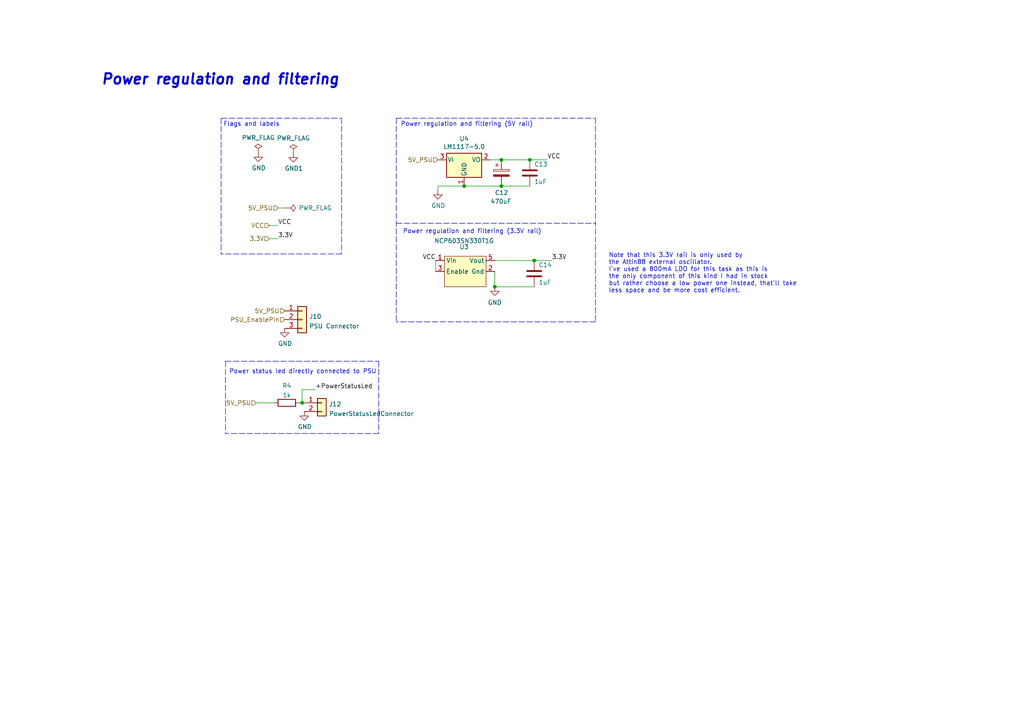
<source format=kicad_sch>
(kicad_sch (version 20211123) (generator eeschema)
  (paper "A4")
  (lib_symbols
    (symbol "BTS-LogicBoard:NCP603SN330T1G"
      (property "Reference" "U" (at 0 8.255 0))
      (property "Value" "NCP603SN330T1G" (at 0 5.715 0))
      (symbol "NCP603SN330T1G_0_1"
        (rectangle (start -5.715 3.175) (end 6.35 -5.715) (stroke (width 0.1524)) (fill (type background)))
      )
      (symbol "NCP603SN330T1G_1_1"
        (pin power_in line (at -8.255 1.905 0) (length 2.54) (name "Vin") (number "1"))
        (pin power_in line (at 8.89 -1.27 180) (length 2.54) (name "Gnd") (number "2"))
        (pin input line (at -8.255 -1.27 0) (length 2.54) (name "Enable") (number "3"))
        (pin no_connect line (at -5.715 -4.445 0) (length 2.54) hide (name "NC") (number "4"))
        (pin power_out line (at 8.89 1.905 180) (length 2.54) (name "Vout") (number "5"))
      )
    )
    (symbol "Connector_Generic:Conn_01x02" (pin_names (offset 1.016) hide)
      (property "Reference" "J" (at 0 2.54 0))
      (property "Value" "Conn_01x02" (at 0 -5.08 0))
      (symbol "Conn_01x02_1_1"
        (rectangle (start -1.27 -2.413) (end 0 -2.667) (stroke (width 0.1524)))
        (rectangle (start -1.27 0.127) (end 0 -0.127) (stroke (width 0.1524)))
        (rectangle (start -1.27 1.27) (end 1.27 -3.81) (stroke (width 0.254)) (fill (type background)))
        (pin passive line (at -5.08 0 0) (length 3.81) (name "Pin_1") (number "1"))
        (pin passive line (at -5.08 -2.54 0) (length 3.81) (name "Pin_2") (number "2"))
      )
    )
    (symbol "Connector_Generic:Conn_01x03" (pin_names (offset 1.016) hide)
      (property "Reference" "J" (at 0 5.08 0))
      (property "Value" "Conn_01x03" (at 0 -5.08 0))
      (symbol "Conn_01x03_1_1"
        (rectangle (start -1.27 -2.413) (end 0 -2.667) (stroke (width 0.1524)))
        (rectangle (start -1.27 0.127) (end 0 -0.127) (stroke (width 0.1524)))
        (rectangle (start -1.27 2.667) (end 0 2.413) (stroke (width 0.1524)))
        (rectangle (start -1.27 3.81) (end 1.27 -3.81) (stroke (width 0.254)) (fill (type background)))
        (pin passive line (at -5.08 2.54 0) (length 3.81) (name "Pin_1") (number "1"))
        (pin passive line (at -5.08 0 0) (length 3.81) (name "Pin_2") (number "2"))
        (pin passive line (at -5.08 -2.54 0) (length 3.81) (name "Pin_3") (number "3"))
      )
    )
    (symbol "Device:C" (pin_numbers hide) (pin_names (offset 0.254))
      (property "Reference" "C" (at 0.635 2.54 0))
      (property "Value" "C" (at 0.635 -2.54 0))
      (symbol "C_0_1"
        (polyline (pts (xy -2.032 -0.762) (xy 2.032 -0.762)) (stroke (width 0.508)))
        (polyline (pts (xy -2.032 0.762) (xy 2.032 0.762)) (stroke (width 0.508)))
      )
      (symbol "C_1_1"
        (pin passive line (at 0 3.81 270) (length 2.794) (name "~") (number "1"))
        (pin passive line (at 0 -3.81 90) (length 2.794) (name "~") (number "2"))
      )
    )
    (symbol "Device:C_Polarized" (pin_numbers hide) (pin_names (offset 0.254))
      (property "Reference" "C" (at 0.635 2.54 0))
      (property "Value" "C_Polarized" (at 0.635 -2.54 0))
      (symbol "C_Polarized_0_1"
        (rectangle (start -2.286 0.508) (end 2.286 1.016))
        (polyline (pts (xy -1.778 2.286) (xy -0.762 2.286)))
        (polyline (pts (xy -1.27 2.794) (xy -1.27 1.778)))
        (rectangle (start 2.286 -0.508) (end -2.286 -1.016) (fill (type outline)))
      )
      (symbol "C_Polarized_1_1"
        (pin passive line (at 0 3.81 270) (length 2.794) (name "~") (number "1"))
        (pin passive line (at 0 -3.81 90) (length 2.794) (name "~") (number "2"))
      )
    )
    (symbol "Device:R" (pin_numbers hide) (pin_names (offset 0))
      (property "Reference" "R" (at 2.032 0 90))
      (property "Value" "R" (at 0 0 90))
      (symbol "R_0_1"
        (rectangle (start -1.016 -2.54) (end 1.016 2.54) (stroke (width 0.254)))
      )
      (symbol "R_1_1"
        (pin passive line (at 0 3.81 270) (length 1.27) (name "~") (number "1"))
        (pin passive line (at 0 -3.81 90) (length 1.27) (name "~") (number "2"))
      )
    )
    (symbol "Regulator_Linear:LM1117-5.0" (pin_names (offset 0.254))
      (property "Reference" "U" (at -3.81 3.175 0))
      (property "Value" "LM1117-5.0" (at 0 3.175 0))
      (symbol "LM1117-5.0_0_1"
        (rectangle (start -5.08 -5.08) (end 5.08 1.905) (stroke (width 0.254)) (fill (type background)))
      )
      (symbol "LM1117-5.0_1_1"
        (pin power_in line (at 0 -7.62 90) (length 2.54) (name "GND") (number "1"))
        (pin power_out line (at 7.62 0 180) (length 2.54) (name "VO") (number "2"))
        (pin power_in line (at -7.62 0 0) (length 2.54) (name "VI") (number "3"))
      )
    )
    (symbol "power:GND" (power) (pin_names (offset 0))
      (property "Value" "GND" (at 0 -3.81 0))
      (symbol "GND_0_1"
        (polyline (pts (xy 0 0) (xy 0 -1.27) (xy 1.27 -1.27) (xy 0 -2.54) (xy -1.27 -1.27) (xy 0 -1.27)))
      )
      (symbol "GND_1_1"
        (pin power_in line (at 0 0 270) (length 0) hide (name "GND") (number "1"))
      )
    )
    (symbol "power:GND1" (power) (pin_names (offset 0))
      (property "Value" "GND1" (at 0 -3.81 0))
      (symbol "GND1_0_1"
        (polyline (pts (xy 0 0) (xy 0 -1.27) (xy 1.27 -1.27) (xy 0 -2.54) (xy -1.27 -1.27) (xy 0 -1.27)))
      )
      (symbol "GND1_1_1"
        (pin power_in line (at 0 0 270) (length 0) hide (name "GND1") (number "1"))
      )
    )
    (symbol "power:PWR_FLAG" (power) (pin_numbers hide) (pin_names (offset 0) hide)
      (property "Value" "PWR_FLAG" (at 0 3.81 0))
      (symbol "PWR_FLAG_0_0"
        (pin power_out line (at 0 0 90) (length 0) (name "pwr") (number "1"))
      )
      (symbol "PWR_FLAG_0_1"
        (polyline (pts (xy 0 0) (xy 0 1.27) (xy -1.016 1.905) (xy 0 2.54) (xy 1.016 1.905) (xy 0 1.27)))
      )
    )
  )
  (junction (at 145.415 53.975))
  (junction (at 145.415 46.355))
  (junction (at 153.67 46.355))
  (junction (at 134.62 53.975))
  (junction (at 143.51 83.185))
  (junction (at 87.63 116.84))
  (junction (at 154.94 75.565))
  (polyline (pts (xy 99.06 73.66) (xy 64.135 73.66)))
  (wire (pts (xy 154.94 75.565) (xy 160.02 75.565)))
  (wire (pts (xy 143.51 78.74) (xy 143.51 83.185)))
  (polyline (pts (xy 64.135 34.29) (xy 64.135 73.66)))
  (polyline (pts (xy 65.405 104.775) (xy 109.855 104.775)))
  (wire (pts (xy 127 55.245) (xy 127 53.975)))
  (wire (pts (xy 74.295 116.84) (xy 79.375 116.84)))
  (wire (pts (xy 143.51 83.185) (xy 154.94 83.185)))
  (wire (pts (xy 78.105 65.405) (xy 80.645 65.405)))
  (wire (pts (xy 80.645 60.325) (xy 83.185 60.325)))
  (wire (pts (xy 143.51 75.565) (xy 154.94 75.565)))
  (wire (pts (xy 127 53.975) (xy 134.62 53.975)))
  (polyline (pts (xy 114.935 34.29) (xy 114.935 93.345)))
  (wire (pts (xy 142.24 46.355) (xy 145.415 46.355)))
  (polyline (pts (xy 109.855 104.775) (xy 109.855 125.73)))
  (wire (pts (xy 145.415 53.975) (xy 153.67 53.975)))
  (wire (pts (xy 87.63 116.84) (xy 88.265 116.84)))
  (polyline (pts (xy 65.405 104.775) (xy 65.405 125.73)))
  (wire (pts (xy 87.63 116.84) (xy 87.63 113.03)))
  (wire (pts (xy 78.105 69.215) (xy 80.645 69.215)))
  (wire (pts (xy 86.995 116.84) (xy 87.63 116.84)))
  (polyline (pts (xy 114.935 64.77) (xy 172.72 64.77)))
  (polyline (pts (xy 172.72 93.345) (xy 114.935 93.345)))
  (polyline (pts (xy 114.935 34.29) (xy 172.72 34.29)))
  (polyline (pts (xy 109.855 125.73) (xy 65.405 125.73)))
  (wire (pts (xy 145.415 46.355) (xy 153.67 46.355)))
  (wire (pts (xy 87.63 113.03) (xy 91.44 113.03)))
  (wire (pts (xy 126.365 75.565) (xy 126.365 78.74)))
  (polyline (pts (xy 99.06 34.29) (xy 99.06 73.66)))
  (wire (pts (xy 153.67 46.355) (xy 158.75 46.355)))
  (polyline (pts (xy 172.72 34.29) (xy 172.72 93.345)))
  (wire (pts (xy 134.62 53.975) (xy 145.415 53.975)))
  (polyline (pts (xy 64.135 34.29) (xy 99.06 34.29)))
  (text "Note that this 3.3V rail is only used by \nthe Attin88 external oscillator.\nI've used a 800mA LDO for this task as this is \nthe only component of this kind I had in stock\nbut rather choose a low power one instead, that'll take\nless space and be more cost efficient." (at 176.53 85.09 0) (effects (font (size 1.27 1.27)) (justify left bottom)))
  (text "Power regulation and filtering (5V rail)" (at 116.205 36.83 0) (effects (font (size 1.27 1.27)) (justify left bottom)))
  (text "Power regulation and filtering (3.3V rail)" (at 116.84 67.945 0) (effects (font (size 1.27 1.27)) (justify left bottom)))
  (text "Power status led directly connected to PSU" (at 109.22 108.585 180) (effects (font (size 1.27 1.27)) (justify right bottom)))
  (text "Power regulation and filtering" (at 29.21 24.892 0) (effects (font (size 2.9972 2.9972) (thickness 0.5994) bold italic) (justify left bottom)))
  (text "Flags and labels" (at 64.77 36.83 0) (effects (font (size 1.27 1.27)) (justify left bottom)))
  (label "3.3V" (at 160.02 75.565 0))
  (label "VCC" (at 158.75 46.355 0))
  (label "3.3V" (at 80.645 69.215 0))
  (label "+PowerStatusLed" (at 91.44 113.03 0))
  (label "VCC" (at 80.645 65.405 0))
  (label "VCC" (at 126.365 75.565 180))
  (hierarchical_label "PSU_EnablePin" (shape input) (at 82.55 92.71 180))
  (hierarchical_label "3.3V" (shape input) (at 78.105 69.215 180))
  (hierarchical_label "5V_PSU" (shape input) (at 82.55 90.17 180))
  (hierarchical_label "5V_PSU" (shape input) (at 127 46.355 180))
  (hierarchical_label "VCC" (shape input) (at 78.105 65.405 180))
  (hierarchical_label "5V_PSU" (shape input) (at 80.645 60.325 180))
  (hierarchical_label "5V_PSU" (shape input) (at 74.295 116.84 180))
  (symbol (lib_id "power:GND1") (at 85.09 44.45 0) (unit 1)
    (property "Reference" "#PWR0125" (effects hide))
    (property "Value" "GND1" (at 85.217 48.8442 0))
  )
  (symbol (lib_id "BTS-LogicBoard:NCP603SN330T1G") (at 134.62 77.47 0) (unit 1)
    (property "Reference" "U3" (at 134.62 71.5985 0))
    (property "Value" "NCP603SN330T1G" (at 134.62 69.85 0))
    (property "Footprint" "Package_SO:TSOP-5_1.65x3.05mm_P0.95mm" (effects hide))
    (property "Datasheet" "https://www.onsemi.com/pdf/datasheet/ncp603-d.pdf" (effects hide))
  )
  (symbol (lib_id "Device:C") (at 153.67 50.165 0) (unit 1)
    (property "Reference" "C13" (at 154.94 47.625 0) (effects (justify left)))
    (property "Value" "1uF" (at 154.94 52.705 0) (effects (justify left)))
    (property "Footprint" "Capacitor_SMD:C_1206_3216Metric" (effects hide))
  )
  (symbol (lib_id "power:PWR_FLAG") (at 85.09 44.45 0) (unit 1)
    (property "Reference" "#FLG0101" (effects hide))
    (property "Value" "PWR_FLAG" (at 85.09 40.0558 0))
  )
  (symbol (lib_id "power:GND") (at 127 55.245 0) (unit 1)
    (property "Reference" "#PWR0124" (effects hide))
    (property "Value" "GND" (at 127.127 59.6392 0))
  )
  (symbol (lib_id "power:GND") (at 82.55 95.25 0) (unit 1)
    (property "Reference" "#PWR0120" (effects hide))
    (property "Value" "GND" (at 82.677 99.6442 0))
  )
  (symbol (lib_id "power:GND") (at 74.93 44.323 0) (unit 1)
    (property "Reference" "#PWR0128" (effects hide))
    (property "Value" "GND" (at 75.057 48.7172 0))
  )
  (symbol (lib_id "Device:C") (at 154.94 79.375 0) (unit 1)
    (property "Reference" "C14" (at 156.21 76.835 0) (effects (justify left)))
    (property "Value" "1uF" (at 156.21 81.915 0) (effects (justify left)))
    (property "Footprint" "Capacitor_SMD:C_1206_3216Metric" (effects hide))
  )
  (symbol (lib_id "power:GND") (at 88.265 119.38 0) (unit 1)
    (property "Reference" "#PWR015" (effects hide))
    (property "Value" "GND" (at 88.392 123.7742 0))
  )
  (symbol (lib_id "Connector_Generic:Conn_01x03") (at 87.63 92.71 0) (unit 1)
    (property "Reference" "J10" (at 89.662 91.8015 0) (effects (justify left)))
    (property "Value" "PSU Connector" (at 89.662 94.5766 0) (effects (justify left)))
    (property "Footprint" "BTS-LogicBoard:559350310" (effects hide))
  )
  (symbol (lib_id "power:GND") (at 143.51 83.185 0) (unit 1)
    (property "Reference" "#PWR0129" (effects hide))
    (property "Value" "GND" (at 143.51 87.7475 0))
  )
  (symbol (lib_id "power:PWR_FLAG") (at 74.93 44.323 0) (unit 1)
    (property "Reference" "#FLG0102" (effects hide))
    (property "Value" "PWR_FLAG" (at 74.93 39.9288 0))
  )
  (symbol (lib_id "power:PWR_FLAG") (at 83.185 60.325 270) (unit 1)
    (property "Reference" "#FLG0103" (effects hide))
    (property "Value" "PWR_FLAG" (at 91.44 60.325 90))
  )
  (symbol (lib_id "Regulator_Linear:LM1117-5.0") (at 134.62 46.355 0) (unit 1)
    (property "Reference" "U4" (at 134.62 40.2082 0))
    (property "Value" "LM1117-5.0" (at 134.62 42.5196 0))
    (property "Footprint" "Package_TO_SOT_SMD:SOT-223-3_TabPin2" (effects hide))
    (property "Datasheet" "http://www.ti.com/lit/ds/symlink/lm1117.pdf" (effects hide))
  )
  (symbol (lib_id "Device:R") (at 83.185 116.84 90) (unit 1)
    (property "Reference" "R4" (at 83.185 111.8575 90))
    (property "Value" "1k" (at 83.185 114.6326 90))
    (property "Footprint" "Resistor_SMD:R_1206_3216Metric_Pad1.30x1.75mm_HandSolder" (effects hide))
  )
  (symbol (lib_id "Connector_Generic:Conn_01x02") (at 93.345 116.84 0) (unit 1)
    (property "Reference" "J12" (at 95.377 117.2015 0) (effects (justify left)))
    (property "Value" "PowerStatusLedConnector" (at 95.377 119.9766 0) (effects (justify left)))
    (property "Footprint" "Connector_PinHeader_2.54mm:PinHeader_1x02_P2.54mm_Vertical" (effects hide))
  )
  (symbol (lib_id "Device:C_Polarized") (at 145.415 50.165 0) (unit 1)
    (property "Reference" "C12" (at 143.51 55.88 0) (effects (justify left)))
    (property "Value" "470uF" (at 142.24 58.42 0) (effects (justify left)))
    (property "Footprint" "Capacitor_SMD:C_Elec_8x6.2" (effects hide))
  )
)
</source>
